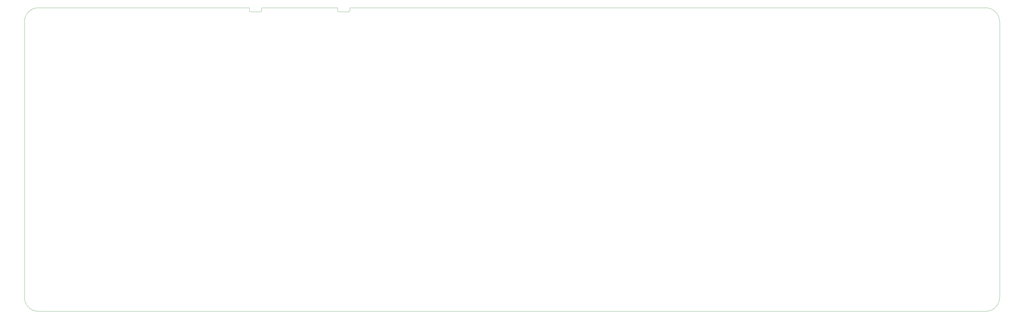
<source format=gbr>
%TF.GenerationSoftware,KiCad,Pcbnew,8.0.8*%
%TF.CreationDate,2025-02-12T06:41:47+01:00*%
%TF.ProjectId,20 Bands Equalizer,32302042-616e-4647-9320-457175616c69,rev?*%
%TF.SameCoordinates,Original*%
%TF.FileFunction,Profile,NP*%
%FSLAX46Y46*%
G04 Gerber Fmt 4.6, Leading zero omitted, Abs format (unit mm)*
G04 Created by KiCad (PCBNEW 8.0.8) date 2025-02-12 06:41:47*
%MOMM*%
%LPD*%
G01*
G04 APERTURE LIST*
%TA.AperFunction,Profile*%
%ADD10C,0.050000*%
%TD*%
%TA.AperFunction,Profile*%
%ADD11C,0.120000*%
%TD*%
G04 APERTURE END LIST*
D10*
X29952500Y-35364611D02*
G75*
G02*
X34952500Y-30364600I5000000J11D01*
G01*
X204952500Y-30364611D02*
X374952500Y-30364611D01*
X374952500Y-30364611D02*
G75*
G02*
X379952489Y-35364611I0J-4999989D01*
G01*
X379952500Y-35364611D02*
X379952500Y-134461667D01*
X151032500Y-30384611D02*
X204952500Y-30364611D01*
X34952500Y-139461667D02*
G75*
G02*
X29952433Y-134461667I0J5000067D01*
G01*
X374952500Y-139461667D02*
X34952500Y-139461667D01*
X119372500Y-30384611D02*
X138032500Y-30384611D01*
X34952500Y-30364611D02*
X106372500Y-30384611D01*
X379952500Y-134461667D02*
G75*
G02*
X374952500Y-139461700I-4999900J-133D01*
G01*
X29952500Y-134461667D02*
X29952500Y-35364611D01*
D11*
%TO.C,J4*%
X142332500Y-30384611D02*
X138032500Y-30384611D01*
X142332500Y-31384611D02*
X142332500Y-30384611D01*
X142732500Y-31784611D02*
X146332500Y-31784611D01*
X146732500Y-30384611D02*
X151032500Y-30384611D01*
X146732500Y-31384611D02*
X146732500Y-30384611D01*
X142732500Y-31784611D02*
G75*
G02*
X142332500Y-31384611I0J400000D01*
G01*
X146732500Y-31384611D02*
G75*
G02*
X146332500Y-31784611I-400002J2D01*
G01*
%TO.C,J1*%
X110672500Y-30384611D02*
X106372500Y-30384611D01*
X110672500Y-31384611D02*
X110672500Y-30384611D01*
X111072500Y-31784611D02*
X114672500Y-31784611D01*
X115072500Y-30384611D02*
X119372500Y-30384611D01*
X115072500Y-31384611D02*
X115072500Y-30384611D01*
X111072500Y-31784611D02*
G75*
G02*
X110672500Y-31384611I0J400000D01*
G01*
X115072500Y-31384611D02*
G75*
G02*
X114672500Y-31784611I-400002J2D01*
G01*
%TD*%
M02*

</source>
